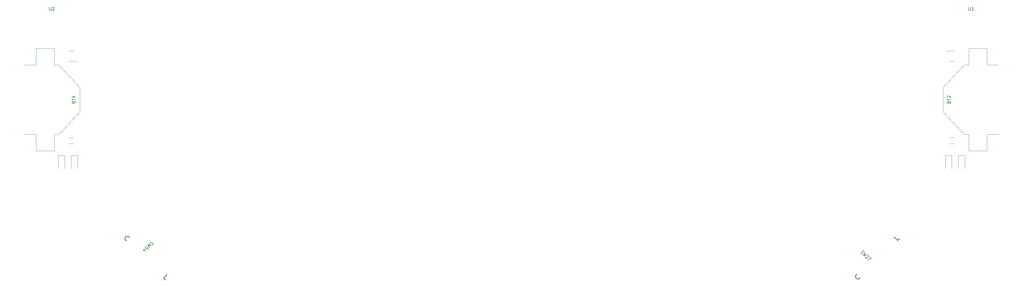
<source format=gbr>
%TF.GenerationSoftware,KiCad,Pcbnew,7.0.9*%
%TF.CreationDate,2024-05-08T21:34:52+09:00*%
%TF.ProjectId,L4,4c342e6b-6963-4616-945f-706362585858,rev?*%
%TF.SameCoordinates,Original*%
%TF.FileFunction,Legend,Top*%
%TF.FilePolarity,Positive*%
%FSLAX46Y46*%
G04 Gerber Fmt 4.6, Leading zero omitted, Abs format (unit mm)*
G04 Created by KiCad (PCBNEW 7.0.9) date 2024-05-08 21:34:52*
%MOMM*%
%LPD*%
G01*
G04 APERTURE LIST*
%ADD10C,0.229500*%
%ADD11C,0.153000*%
%ADD12C,0.120000*%
G04 APERTURE END LIST*
D10*
X334449425Y-175742826D02*
X333944349Y-176247902D01*
X333944349Y-176247902D02*
X332883689Y-175187242D01*
X108737173Y-188399425D02*
X108232097Y-187894349D01*
X108232097Y-187894349D02*
X109292757Y-186833689D01*
X96838188Y-176298410D02*
X96737173Y-176298410D01*
X96737173Y-176298410D02*
X96535143Y-176197395D01*
X96535143Y-176197395D02*
X96434127Y-176096379D01*
X96434127Y-176096379D02*
X96333112Y-175894349D01*
X96333112Y-175894349D02*
X96333112Y-175692318D01*
X96333112Y-175692318D02*
X96383620Y-175540795D01*
X96383620Y-175540795D02*
X96535143Y-175288257D01*
X96535143Y-175288257D02*
X96686665Y-175136734D01*
X96686665Y-175136734D02*
X96939204Y-174985212D01*
X96939204Y-174985212D02*
X97090726Y-174934704D01*
X97090726Y-174934704D02*
X97292757Y-174934704D01*
X97292757Y-174934704D02*
X97494787Y-175035719D01*
X97494787Y-175035719D02*
X97595803Y-175136734D01*
X97595803Y-175136734D02*
X97696818Y-175338765D01*
X97696818Y-175338765D02*
X97696818Y-175439780D01*
X322348410Y-187641811D02*
X322348410Y-187742826D01*
X322348410Y-187742826D02*
X322247395Y-187944856D01*
X322247395Y-187944856D02*
X322146379Y-188045872D01*
X322146379Y-188045872D02*
X321944349Y-188146887D01*
X321944349Y-188146887D02*
X321742318Y-188146887D01*
X321742318Y-188146887D02*
X321590795Y-188096379D01*
X321590795Y-188096379D02*
X321338257Y-187944856D01*
X321338257Y-187944856D02*
X321186734Y-187793334D01*
X321186734Y-187793334D02*
X321035212Y-187540795D01*
X321035212Y-187540795D02*
X320984704Y-187389273D01*
X320984704Y-187389273D02*
X320984704Y-187187242D01*
X320984704Y-187187242D02*
X321085719Y-186985212D01*
X321085719Y-186985212D02*
X321186734Y-186884196D01*
X321186734Y-186884196D02*
X321388765Y-186783181D01*
X321388765Y-186783181D02*
X321489780Y-186783181D01*
D11*
X322657318Y-180011394D02*
X322724662Y-180146081D01*
X322724662Y-180146081D02*
X322893021Y-180314439D01*
X322893021Y-180314439D02*
X322994036Y-180348111D01*
X322994036Y-180348111D02*
X323061379Y-180348111D01*
X323061379Y-180348111D02*
X323162395Y-180314439D01*
X323162395Y-180314439D02*
X323229738Y-180247096D01*
X323229738Y-180247096D02*
X323263410Y-180146081D01*
X323263410Y-180146081D02*
X323263410Y-180078737D01*
X323263410Y-180078737D02*
X323229738Y-179977722D01*
X323229738Y-179977722D02*
X323128723Y-179809363D01*
X323128723Y-179809363D02*
X323095051Y-179708348D01*
X323095051Y-179708348D02*
X323095051Y-179641004D01*
X323095051Y-179641004D02*
X323128723Y-179539989D01*
X323128723Y-179539989D02*
X323196066Y-179472645D01*
X323196066Y-179472645D02*
X323297082Y-179438974D01*
X323297082Y-179438974D02*
X323364425Y-179438974D01*
X323364425Y-179438974D02*
X323465440Y-179472645D01*
X323465440Y-179472645D02*
X323633799Y-179641004D01*
X323633799Y-179641004D02*
X323701143Y-179775691D01*
X323970517Y-179977722D02*
X323431769Y-180853187D01*
X323431769Y-180853187D02*
X324071532Y-180482798D01*
X324071532Y-180482798D02*
X323701143Y-181122561D01*
X323701143Y-181122561D02*
X324576608Y-180583813D01*
X324744967Y-180886859D02*
X324812310Y-180886859D01*
X324812310Y-180886859D02*
X324913326Y-180920531D01*
X324913326Y-180920531D02*
X325081684Y-181088889D01*
X325081684Y-181088889D02*
X325115356Y-181189905D01*
X325115356Y-181189905D02*
X325115356Y-181257248D01*
X325115356Y-181257248D02*
X325081684Y-181358264D01*
X325081684Y-181358264D02*
X325014341Y-181425607D01*
X325014341Y-181425607D02*
X324879654Y-181492951D01*
X324879654Y-181492951D02*
X324071532Y-181492951D01*
X324071532Y-181492951D02*
X324509265Y-181930683D01*
X325452074Y-181459279D02*
X325923478Y-181930683D01*
X325923478Y-181930683D02*
X324913326Y-182334744D01*
X104468605Y-176607318D02*
X104333918Y-176674662D01*
X104333918Y-176674662D02*
X104165560Y-176843021D01*
X104165560Y-176843021D02*
X104131888Y-176944036D01*
X104131888Y-176944036D02*
X104131888Y-177011379D01*
X104131888Y-177011379D02*
X104165560Y-177112395D01*
X104165560Y-177112395D02*
X104232903Y-177179738D01*
X104232903Y-177179738D02*
X104333918Y-177213410D01*
X104333918Y-177213410D02*
X104401262Y-177213410D01*
X104401262Y-177213410D02*
X104502277Y-177179738D01*
X104502277Y-177179738D02*
X104670636Y-177078723D01*
X104670636Y-177078723D02*
X104771651Y-177045051D01*
X104771651Y-177045051D02*
X104838995Y-177045051D01*
X104838995Y-177045051D02*
X104940010Y-177078723D01*
X104940010Y-177078723D02*
X105007354Y-177146066D01*
X105007354Y-177146066D02*
X105041025Y-177247082D01*
X105041025Y-177247082D02*
X105041025Y-177314425D01*
X105041025Y-177314425D02*
X105007354Y-177415440D01*
X105007354Y-177415440D02*
X104838995Y-177583799D01*
X104838995Y-177583799D02*
X104704308Y-177651143D01*
X104502277Y-177920517D02*
X103626812Y-177381769D01*
X103626812Y-177381769D02*
X103997201Y-178021532D01*
X103997201Y-178021532D02*
X103357438Y-177651143D01*
X103357438Y-177651143D02*
X103896186Y-178526608D01*
X103290094Y-179132700D02*
X103626812Y-178795982D01*
X103626812Y-178795982D02*
X103323766Y-178425593D01*
X103323766Y-178425593D02*
X103323766Y-178492936D01*
X103323766Y-178492936D02*
X103290094Y-178593952D01*
X103290094Y-178593952D02*
X103121735Y-178762310D01*
X103121735Y-178762310D02*
X103020720Y-178795982D01*
X103020720Y-178795982D02*
X102953377Y-178795982D01*
X102953377Y-178795982D02*
X102852361Y-178762310D01*
X102852361Y-178762310D02*
X102684003Y-178593952D01*
X102684003Y-178593952D02*
X102650331Y-178492936D01*
X102650331Y-178492936D02*
X102650331Y-178425593D01*
X102650331Y-178425593D02*
X102684003Y-178324578D01*
X102684003Y-178324578D02*
X102852361Y-178156219D01*
X102852361Y-178156219D02*
X102953377Y-178122547D01*
X102953377Y-178122547D02*
X103020720Y-178122547D01*
X102414629Y-179536761D02*
X101943224Y-179065356D01*
X102852361Y-179637776D02*
X102515644Y-178964341D01*
X102515644Y-178964341D02*
X102077911Y-179402074D01*
X349815853Y-133760714D02*
X349863472Y-133617857D01*
X349863472Y-133617857D02*
X349911091Y-133570238D01*
X349911091Y-133570238D02*
X350006329Y-133522619D01*
X350006329Y-133522619D02*
X350149186Y-133522619D01*
X350149186Y-133522619D02*
X350244424Y-133570238D01*
X350244424Y-133570238D02*
X350292044Y-133617857D01*
X350292044Y-133617857D02*
X350339663Y-133713095D01*
X350339663Y-133713095D02*
X350339663Y-134094047D01*
X350339663Y-134094047D02*
X349339663Y-134094047D01*
X349339663Y-134094047D02*
X349339663Y-133760714D01*
X349339663Y-133760714D02*
X349387282Y-133665476D01*
X349387282Y-133665476D02*
X349434901Y-133617857D01*
X349434901Y-133617857D02*
X349530139Y-133570238D01*
X349530139Y-133570238D02*
X349625377Y-133570238D01*
X349625377Y-133570238D02*
X349720615Y-133617857D01*
X349720615Y-133617857D02*
X349768234Y-133665476D01*
X349768234Y-133665476D02*
X349815853Y-133760714D01*
X349815853Y-133760714D02*
X349815853Y-134094047D01*
X349339663Y-133236904D02*
X349339663Y-132665476D01*
X350339663Y-132951190D02*
X349339663Y-132951190D01*
X349434901Y-132379761D02*
X349387282Y-132332142D01*
X349387282Y-132332142D02*
X349339663Y-132236904D01*
X349339663Y-132236904D02*
X349339663Y-131998809D01*
X349339663Y-131998809D02*
X349387282Y-131903571D01*
X349387282Y-131903571D02*
X349434901Y-131855952D01*
X349434901Y-131855952D02*
X349530139Y-131808333D01*
X349530139Y-131808333D02*
X349625377Y-131808333D01*
X349625377Y-131808333D02*
X349768234Y-131855952D01*
X349768234Y-131855952D02*
X350339663Y-132427380D01*
X350339663Y-132427380D02*
X350339663Y-131808333D01*
X80575853Y-133760714D02*
X80623472Y-133617857D01*
X80623472Y-133617857D02*
X80671091Y-133570238D01*
X80671091Y-133570238D02*
X80766329Y-133522619D01*
X80766329Y-133522619D02*
X80909186Y-133522619D01*
X80909186Y-133522619D02*
X81004424Y-133570238D01*
X81004424Y-133570238D02*
X81052044Y-133617857D01*
X81052044Y-133617857D02*
X81099663Y-133713095D01*
X81099663Y-133713095D02*
X81099663Y-134094047D01*
X81099663Y-134094047D02*
X80099663Y-134094047D01*
X80099663Y-134094047D02*
X80099663Y-133760714D01*
X80099663Y-133760714D02*
X80147282Y-133665476D01*
X80147282Y-133665476D02*
X80194901Y-133617857D01*
X80194901Y-133617857D02*
X80290139Y-133570238D01*
X80290139Y-133570238D02*
X80385377Y-133570238D01*
X80385377Y-133570238D02*
X80480615Y-133617857D01*
X80480615Y-133617857D02*
X80528234Y-133665476D01*
X80528234Y-133665476D02*
X80575853Y-133760714D01*
X80575853Y-133760714D02*
X80575853Y-134094047D01*
X80099663Y-133236904D02*
X80099663Y-132665476D01*
X81099663Y-132951190D02*
X80099663Y-132951190D01*
X80432996Y-131903571D02*
X81099663Y-131903571D01*
X80052044Y-132141666D02*
X80766329Y-132379761D01*
X80766329Y-132379761D02*
X80766329Y-131760714D01*
X73093095Y-104486663D02*
X73093095Y-105296186D01*
X73093095Y-105296186D02*
X73140714Y-105391424D01*
X73140714Y-105391424D02*
X73188333Y-105439044D01*
X73188333Y-105439044D02*
X73283571Y-105486663D01*
X73283571Y-105486663D02*
X73474047Y-105486663D01*
X73474047Y-105486663D02*
X73569285Y-105439044D01*
X73569285Y-105439044D02*
X73616904Y-105391424D01*
X73616904Y-105391424D02*
X73664523Y-105296186D01*
X73664523Y-105296186D02*
X73664523Y-104486663D01*
X74093095Y-104581901D02*
X74140714Y-104534282D01*
X74140714Y-104534282D02*
X74235952Y-104486663D01*
X74235952Y-104486663D02*
X74474047Y-104486663D01*
X74474047Y-104486663D02*
X74569285Y-104534282D01*
X74569285Y-104534282D02*
X74616904Y-104581901D01*
X74616904Y-104581901D02*
X74664523Y-104677139D01*
X74664523Y-104677139D02*
X74664523Y-104772377D01*
X74664523Y-104772377D02*
X74616904Y-104915234D01*
X74616904Y-104915234D02*
X74045476Y-105486663D01*
X74045476Y-105486663D02*
X74664523Y-105486663D01*
X355913095Y-104486663D02*
X355913095Y-105296186D01*
X355913095Y-105296186D02*
X355960714Y-105391424D01*
X355960714Y-105391424D02*
X356008333Y-105439044D01*
X356008333Y-105439044D02*
X356103571Y-105486663D01*
X356103571Y-105486663D02*
X356294047Y-105486663D01*
X356294047Y-105486663D02*
X356389285Y-105439044D01*
X356389285Y-105439044D02*
X356436904Y-105391424D01*
X356436904Y-105391424D02*
X356484523Y-105296186D01*
X356484523Y-105296186D02*
X356484523Y-104486663D01*
X357484523Y-105486663D02*
X356913095Y-105486663D01*
X357198809Y-105486663D02*
X357198809Y-104486663D01*
X357198809Y-104486663D02*
X357103571Y-104629520D01*
X357103571Y-104629520D02*
X357008333Y-104724758D01*
X357008333Y-104724758D02*
X356913095Y-104772377D01*
D12*
%TO.C,D27*%
X350675000Y-150115000D02*
X348675000Y-150115000D01*
X350675000Y-150115000D02*
X350675000Y-154125000D01*
X348675000Y-150115000D02*
X348675000Y-154125000D01*
%TO.C,D55*%
X81855000Y-150115000D02*
X79855000Y-150115000D01*
X81855000Y-150115000D02*
X81855000Y-154125000D01*
X79855000Y-150115000D02*
X79855000Y-154125000D01*
%TO.C,D28*%
X354675000Y-150115000D02*
X352675000Y-150115000D01*
X354675000Y-150115000D02*
X354675000Y-154125000D01*
X352675000Y-150115000D02*
X352675000Y-154125000D01*
%TO.C,Q2*%
X79855000Y-121135000D02*
X81655000Y-121135000D01*
X79855000Y-121135000D02*
X79055000Y-121135000D01*
X79855000Y-118015000D02*
X80655000Y-118015000D01*
X79855000Y-118015000D02*
X79055000Y-118015000D01*
%TO.C,C1*%
X349963748Y-144665000D02*
X351386252Y-144665000D01*
X349963748Y-146485000D02*
X351386252Y-146485000D01*
%TO.C,C2*%
X80566252Y-146485000D02*
X79143748Y-146485000D01*
X80566252Y-144665000D02*
X79143748Y-144665000D01*
%TO.C,D56*%
X77855000Y-150115000D02*
X75855000Y-150115000D01*
X77855000Y-150115000D02*
X77855000Y-154125000D01*
X75855000Y-150115000D02*
X75855000Y-154125000D01*
%TO.C,Q1*%
X350675000Y-118015000D02*
X348875000Y-118015000D01*
X350675000Y-118015000D02*
X351475000Y-118015000D01*
X350675000Y-121135000D02*
X349875000Y-121135000D01*
X350675000Y-121135000D02*
X351475000Y-121135000D01*
%TO.C,BT2*%
X361475000Y-117225000D02*
X361475000Y-122295000D01*
X355875000Y-117225000D02*
X361475000Y-117225000D01*
X355875000Y-117225000D02*
X355875000Y-122295000D01*
X361475000Y-122295000D02*
X364955000Y-122295000D01*
X355875000Y-122295000D02*
X354425000Y-122295000D01*
X354425000Y-122295000D02*
X348045000Y-129175000D01*
X348045000Y-136775000D02*
X348045000Y-129175000D01*
X361475000Y-143655000D02*
X365025000Y-143655000D01*
X355875000Y-143655000D02*
X354425000Y-143655000D01*
X355875000Y-143655000D02*
X355875000Y-148725000D01*
X354425000Y-143655000D02*
X348045000Y-136775000D01*
X361475000Y-148725000D02*
X361475000Y-143655000D01*
X355875000Y-148725000D02*
X361475000Y-148725000D01*
%TO.C,BT4*%
X69055000Y-148725000D02*
X69055000Y-143655000D01*
X74655000Y-148725000D02*
X69055000Y-148725000D01*
X74655000Y-148725000D02*
X74655000Y-143655000D01*
X69055000Y-143655000D02*
X65575000Y-143655000D01*
X74655000Y-143655000D02*
X76105000Y-143655000D01*
X76105000Y-143655000D02*
X82485000Y-136775000D01*
X82485000Y-129175000D02*
X82485000Y-136775000D01*
X69055000Y-122295000D02*
X65505000Y-122295000D01*
X74655000Y-122295000D02*
X76105000Y-122295000D01*
X74655000Y-122295000D02*
X74655000Y-117225000D01*
X76105000Y-122295000D02*
X82485000Y-129175000D01*
X69055000Y-117225000D02*
X69055000Y-122295000D01*
X74655000Y-117225000D02*
X69055000Y-117225000D01*
%TD*%
M02*

</source>
